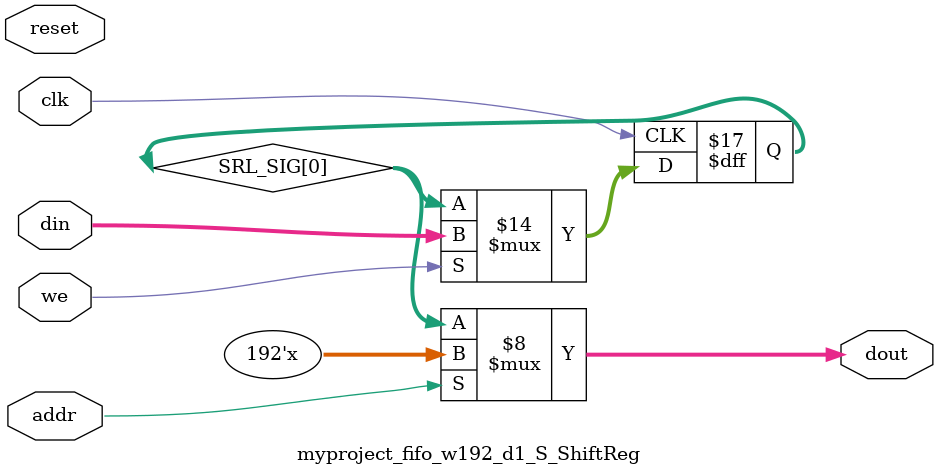
<source format=v>

`timescale 1 ns / 1 ps


module myproject_fifo_w192_d1_S
#(parameter
    MEM_STYLE   = "shiftReg",
    DATA_WIDTH  = 192,
    ADDR_WIDTH  = 1,
    DEPTH       = 1)
(
    // system signal
    input  wire                  clk,
    input  wire                  reset,

    // write
    output wire                  if_full_n,
    input  wire                  if_write_ce,
    input  wire                  if_write,
    input  wire [DATA_WIDTH-1:0] if_din,
    
    // read 
    output wire [ADDR_WIDTH:0]   if_num_data_valid, // for FRP
    output wire [ADDR_WIDTH:0]   if_fifo_cap,       // for FRP
    output wire                  if_empty_n,
    input  wire                  if_read_ce,
    input  wire                  if_read,
    output wire [DATA_WIDTH-1:0] if_dout
);
//------------------------Parameter----------------------

//------------------------Local signal-------------------
    wire [ADDR_WIDTH-1:0]     addr;
    wire                      push;
    wire                      pop;
    reg signed [ADDR_WIDTH:0] mOutPtr;
    reg                       empty_n = 1'b0;
    reg                       full_n  = 1'b1;
    // with almost full?  no 
    // has output register?  no 
//------------------------Instantiation------------------
    myproject_fifo_w192_d1_S_ShiftReg 
    #(  .DATA_WIDTH (DATA_WIDTH),
        .ADDR_WIDTH (ADDR_WIDTH),
        .DEPTH      (DEPTH))
    U_myproject_fifo_w192_d1_S_ShiftReg (
        .clk        (clk),
        .reset      (reset),
        .we         (push),
        .addr       (addr),
        .din        (if_din),
        .dout       (if_dout)
    );
//------------------------Task and function--------------

//------------------------Body---------------------------
    // has num_data_valid ? 
    assign if_num_data_valid = mOutPtr + 1'b1; // yes
    assign if_fifo_cap = DEPTH; // yes  

    // has almost full ? 
    assign if_full_n  = full_n; //no 
    assign push       = full_n & if_write_ce & if_write;

    // has output register? 
    assign if_empty_n = empty_n;  // no
    assign pop        = empty_n & if_read_ce & if_read; // no 

    assign addr       = mOutPtr[ADDR_WIDTH] == 1'b0 ? mOutPtr[ADDR_WIDTH-1:0] : {ADDR_WIDTH{1'b0}};

    // mOutPtr
    always @(posedge clk) begin
        if (reset == 1'b1)
            mOutPtr <= {ADDR_WIDTH+1{1'b1}};
        else if (push & ~pop)
            mOutPtr <= mOutPtr + 1'b1;
        else if (~push & pop)
            mOutPtr <= mOutPtr - 1'b1;
    end

    // full_n
    always @(posedge clk) begin
        if (reset == 1'b1)
            full_n <= 1'b1;
        else if (push & ~pop) begin
            if (mOutPtr == DEPTH - 2)
                full_n <= 1'b0;
        end
        else if (~push & pop)
            full_n <= 1'b1;
    end

    // almost_full_n 

    // empty_n
    always @(posedge clk) begin
        if (reset == 1'b1)
            empty_n <= 1'b0;
        else if (push & ~pop)
            empty_n <= 1'b1;
        else if (~push & pop) begin
            if (mOutPtr == 0)
                empty_n <= 1'b0;
        end
    end
 
    // num_data_valid 

    // dout_vld 

endmodule  


module myproject_fifo_w192_d1_S_ShiftReg
#(parameter
    DATA_WIDTH  = 192,
    ADDR_WIDTH  = 1,
    DEPTH       = 1)
(
    input  wire                  clk,
    input  wire                  reset,
    input  wire                  we,
    input  wire [ADDR_WIDTH-1:0] addr,
    input  wire [DATA_WIDTH-1:0] din,
    //output register? 
    output wire [DATA_WIDTH-1:0] dout // no 
);

    reg [DATA_WIDTH-1:0] SRL_SIG [0:DEPTH-1];
    integer i;

    always @ (posedge clk) begin
        if (we) begin
            for (i=0; i<DEPTH-1; i=i+1)
                SRL_SIG[i+1] <= SRL_SIG[i];
            SRL_SIG[0] <= din;
        end
    end

    //read from SRL, output register? 
    assign dout = SRL_SIG[addr];// no 

endmodule

</source>
